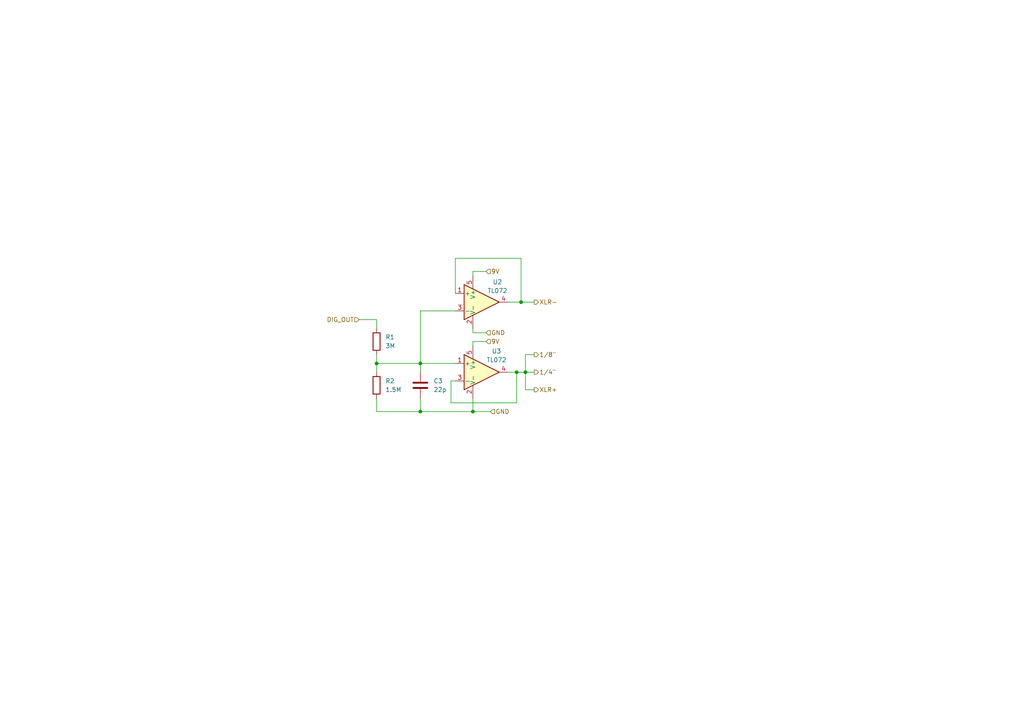
<source format=kicad_sch>
(kicad_sch (version 20250114) (generator "eeschema") (generator_version "9.0")
  (paper "A4")
  (lib_symbols
    (symbol "Amplifier_Operational:TLV172IDCK" (pin_names (offset 0.127))
      (property "Reference" "U" (at 7.62 2.54 0))
      (property "Value" "TLV172IDCK" (at 11.43 -2.54 0))
      (symbol "TLV172IDCK_0_1"
        (polyline (pts (xy -2.54 5.08) (xy -2.54 -5.08) (xy 7.62 0) (xy -2.54 5.08)) (stroke (width 0.254)) (fill (type background)))
      )
      (symbol "TLV172IDCK_1_1"
        (pin input line (at -5.08 2.54 0) (length 2.54) (name "+") (number "1"))
        (pin input line (at -5.08 -2.54 0) (length 2.54) (name "-") (number "3"))
        (pin power_in line (at 0 7.62 270) (length 3.81) (name "V+") (number "5"))
        (pin power_in line (at 0 -7.62 90) (length 3.81) (name "V-") (number "2"))
        (pin output line (at 10.16 0 180) (length 2.54) (name "~") (number "4"))
      )
    )
    (symbol "Device:C" (pin_numbers (hide yes)) (pin_names (offset 0.254))
      (property "Reference" "C" (at 0.635 2.54 0))
      (property "Value" "C" (at 0.635 -2.54 0))
      (symbol "C_0_1"
        (polyline (pts (xy -2.032 0.762) (xy 2.032 0.762)) (stroke (width 0.508)))
        (polyline (pts (xy -2.032 -0.762) (xy 2.032 -0.762)) (stroke (width 0.508)))
      )
      (symbol "C_1_1"
        (pin passive line (at 0 3.81 270) (length 2.794) (name "~") (number "1"))
        (pin passive line (at 0 -3.81 90) (length 2.794) (name "~") (number "2"))
      )
    )
    (symbol "Device:R" (pin_numbers (hide yes)) (pin_names (offset 0))
      (property "Reference" "R" (at 2.032 0 90))
      (property "Value" "R" (at 0 0 90))
      (symbol "R_0_1"
        (rectangle (start -1.016 -2.54) (end 1.016 2.54) (stroke (width 0.254)))
      )
      (symbol "R_1_1"
        (pin passive line (at 0 3.81 270) (length 1.27) (name "~") (number "1"))
        (pin passive line (at 0 -3.81 90) (length 1.27) (name "~") (number "2"))
      )
    )
  )
  (junction (at 151.13 87.63))
  (junction (at 109.22 105.41))
  (junction (at 152.4 107.95))
  (junction (at 121.92 105.41))
  (junction (at 137.16 119.38))
  (junction (at 121.92 119.38))
  (junction (at 149.86 107.95))
  (wire (pts (xy 140.97 99.06) (xy 137.16 99.06)))
  (wire (pts (xy 137.16 99.06) (xy 137.16 100.33)))
  (wire (pts (xy 132.08 110.49) (xy 130.81 110.49)))
  (wire (pts (xy 121.92 107.95) (xy 121.92 105.41)))
  (wire (pts (xy 137.16 119.38) (xy 137.16 115.57)))
  (wire (pts (xy 109.22 92.71) (xy 104.14 92.71)))
  (wire (pts (xy 109.22 115.57) (xy 109.22 119.38)))
  (wire (pts (xy 149.86 116.84) (xy 149.86 107.95)))
  (wire (pts (xy 149.86 107.95) (xy 147.32 107.95)))
  (wire (pts (xy 132.08 90.17) (xy 121.92 90.17)))
  (wire (pts (xy 152.4 113.03) (xy 152.4 107.95)))
  (wire (pts (xy 137.16 78.74) (xy 137.16 80.01)))
  (wire (pts (xy 130.81 116.84) (xy 149.86 116.84)))
  (wire (pts (xy 154.94 113.03) (xy 152.4 113.03)))
  (wire (pts (xy 152.4 107.95) (xy 154.94 107.95)))
  (wire (pts (xy 121.92 105.41) (xy 132.08 105.41)))
  (wire (pts (xy 137.16 96.52) (xy 137.16 95.25)))
  (wire (pts (xy 151.13 87.63) (xy 147.32 87.63)))
  (wire (pts (xy 130.81 110.49) (xy 130.81 116.84)))
  (wire (pts (xy 132.08 85.09) (xy 132.08 74.93)))
  (wire (pts (xy 132.08 74.93) (xy 151.13 74.93)))
  (wire (pts (xy 140.97 78.74) (xy 137.16 78.74)))
  (wire (pts (xy 121.92 115.57) (xy 121.92 119.38)))
  (wire (pts (xy 140.97 96.52) (xy 137.16 96.52)))
  (wire (pts (xy 121.92 119.38) (xy 137.16 119.38)))
  (wire (pts (xy 109.22 95.25) (xy 109.22 92.71)))
  (wire (pts (xy 109.22 105.41) (xy 109.22 107.95)))
  (wire (pts (xy 151.13 74.93) (xy 151.13 87.63)))
  (wire (pts (xy 109.22 105.41) (xy 121.92 105.41)))
  (wire (pts (xy 142.24 119.38) (xy 137.16 119.38)))
  (wire (pts (xy 151.13 87.63) (xy 154.94 87.63)))
  (wire (pts (xy 154.94 102.87) (xy 152.4 102.87)))
  (wire (pts (xy 109.22 102.87) (xy 109.22 105.41)))
  (wire (pts (xy 121.92 90.17) (xy 121.92 105.41)))
  (wire (pts (xy 152.4 102.87) (xy 152.4 107.95)))
  (wire (pts (xy 149.86 107.95) (xy 152.4 107.95)))
  (wire (pts (xy 109.22 119.38) (xy 121.92 119.38)))
  (hierarchical_label "1{slash}8\"" (shape output) (at 154.94 102.87 0))
  (hierarchical_label "XLR+" (shape output) (at 154.94 113.03 0))
  (hierarchical_label "GND" (shape input) (at 142.24 119.38 0))
  (hierarchical_label "XLR-" (shape output) (at 154.94 87.63 0))
  (hierarchical_label "9V" (shape input) (at 140.97 78.74 0))
  (hierarchical_label "GND" (shape input) (at 140.97 96.52 0))
  (hierarchical_label "DIG_OUT" (shape input) (at 104.14 92.71 180))
  (hierarchical_label "1{slash}4\"" (shape output) (at 154.94 107.95 0))
  (hierarchical_label "9V" (shape input) (at 140.97 99.06 0))
  (symbol (lib_id "Amplifier_Operational:TLV172IDCK") (at 137.16 107.95 0) (unit 1)
    (property "Reference" "U3" (at 144.018 101.854 0))
    (property "Value" "TL072" (at 144.018 104.394 0))
    (property "Footprint" "Package_TO_SOT_SMD:SOT-353_SC-70-5" (effects (hide yes)))
    (property "Datasheet" "http://www.ti.com/lit/ds/symlink/tlv172.pdf" (effects (hide yes)))
    (property "Description" "Low-power Operational Amplifier, SOT-353" (effects (hide yes)))
  )
  (symbol (lib_id "Device:C") (at 121.92 111.76 0) (unit 1)
    (property "Reference" "C3" (at 125.73 110.4899 0) (effects (justify left)))
    (property "Value" "22p" (at 125.73 113.0299 0) (effects (justify left)))
    (property "Description" "Unpolarized capacitor" (effects (hide yes)))
  )
  (symbol (lib_id "Amplifier_Operational:TLV172IDCK") (at 137.16 87.63 0) (unit 1)
    (property "Reference" "U2" (at 144.272 81.788 0))
    (property "Value" "TL072" (at 144.272 84.328 0))
    (property "Footprint" "Package_TO_SOT_SMD:SOT-353_SC-70-5" (effects (hide yes)))
    (property "Datasheet" "http://www.ti.com/lit/ds/symlink/tlv172.pdf" (effects (hide yes)))
    (property "Description" "Low-power Operational Amplifier, SOT-353" (effects (hide yes)))
  )
  (symbol (lib_id "Device:R") (at 109.22 99.06 0) (unit 1)
    (property "Reference" "R1" (at 111.76 97.7899 0) (effects (justify left)))
    (property "Value" "3M" (at 111.76 100.3299 0) (effects (justify left)))
    (property "Description" "Resistor" (effects (hide yes)))
  )
  (symbol (lib_id "Device:R") (at 109.22 111.76 0) (unit 1)
    (property "Reference" "R2" (at 111.76 110.4899 0) (effects (justify left)))
    (property "Value" "1.5M" (at 111.76 113.0299 0) (effects (justify left)))
    (property "Description" "Resistor" (effects (hide yes)))
  )
)
</source>
